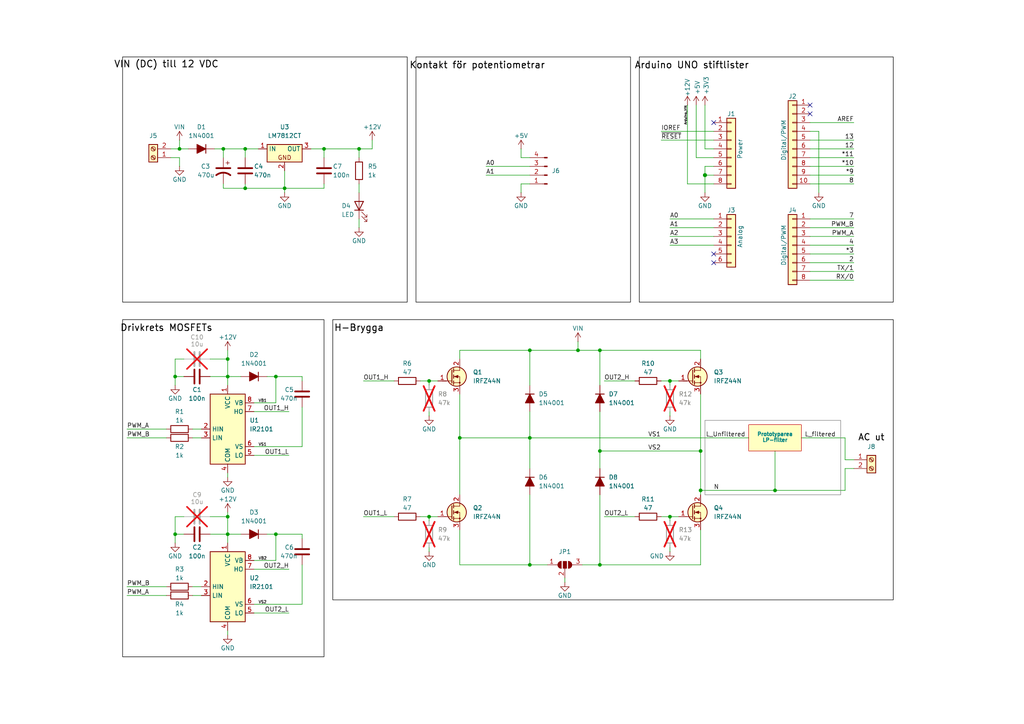
<source format=kicad_sch>
(kicad_sch (version 20231120) (generator "eeschema") (generator_version "8.0")
  (paper "A4")
  (title_block (title "Inverter") (date "2025-01-11") (rev "1") (company "Grupp 1") (comment 1 "*PWM-Pin"))
  (lib_symbols
    (symbol "+5V_1" (power) (pin_numbers hide) (pin_names (offset 0) hide)
      (property "Value" "+5V" (at 0 3.556 0))
      (symbol "+5V_1_0_1"
        (polyline (pts (xy -0.762 1.27) (xy 0 2.54)))
        (polyline (pts (xy 0 0) (xy 0 2.54)))
        (polyline (pts (xy 0 2.54) (xy 0.762 1.27)))
      )
      (symbol "+5V_1_1_1"
        (pin power_in line (at 0 0 90) (length 0) (name "~") (number "1"))
      )
    )
    (symbol "+5V_2" (power) (pin_numbers hide) (pin_names (offset 0) hide)
      (property "Value" "+5V" (at 0 3.556 0))
      (symbol "+5V_2_0_1"
        (polyline (pts (xy -0.762 1.27) (xy 0 2.54)))
        (polyline (pts (xy 0 0) (xy 0 2.54)))
        (polyline (pts (xy 0 2.54) (xy 0.762 1.27)))
      )
      (symbol "+5V_2_1_1"
        (pin power_in line (at 0 0 90) (length 0) (name "~") (number "1"))
      )
    )
    (symbol "Connector:Conn_01x04_Pin" (pin_names (offset 1.016) hide)
      (property "Reference" "J" (at 0 5.08 0))
      (property "Value" "Conn_01x04_Pin" (at 0 -7.62 0))
      (symbol "Conn_01x04_Pin_1_1"
        (polyline (pts (xy 1.27 -5.08) (xy 0.8636 -5.08)) (stroke (width 0.1524)))
        (polyline (pts (xy 1.27 -2.54) (xy 0.8636 -2.54)) (stroke (width 0.1524)))
        (polyline (pts (xy 1.27 0) (xy 0.8636 0)) (stroke (width 0.1524)))
        (polyline (pts (xy 1.27 2.54) (xy 0.8636 2.54)) (stroke (width 0.1524)))
        (rectangle (start 0.8636 -4.953) (end 0 -5.207) (stroke (width 0.1524)) (fill (type outline)))
        (rectangle (start 0.8636 -2.413) (end 0 -2.667) (stroke (width 0.1524)) (fill (type outline)))
        (rectangle (start 0.8636 0.127) (end 0 -0.127) (stroke (width 0.1524)) (fill (type outline)))
        (rectangle (start 0.8636 2.667) (end 0 2.413) (stroke (width 0.1524)) (fill (type outline)))
        (pin passive line (at 5.08 2.54 180) (length 3.81) (name "Pin_1") (number "1"))
        (pin passive line (at 5.08 0 180) (length 3.81) (name "Pin_2") (number "2"))
        (pin passive line (at 5.08 -2.54 180) (length 3.81) (name "Pin_3") (number "3"))
        (pin passive line (at 5.08 -5.08 180) (length 3.81) (name "Pin_4") (number "4"))
      )
    )
    (symbol "Connector:Screw_Terminal_01x02" (pin_names (offset 1.016) hide)
      (property "Reference" "J" (at 0 2.54 0))
      (property "Value" "Screw_Terminal_01x02" (at 0 -5.08 0))
      (symbol "Screw_Terminal_01x02_1_1"
        (rectangle (start -1.27 1.27) (end 1.27 -3.81) (stroke (width 0.254)) (fill (type background)))
        (circle (center 0 -2.54) (radius 0.635) (stroke (width 0.1524)))
        (polyline (pts (xy -0.5334 -2.2098) (xy 0.3302 -3.048)) (stroke (width 0.1524)))
        (polyline (pts (xy -0.5334 0.3302) (xy 0.3302 -0.508)) (stroke (width 0.1524)))
        (polyline (pts (xy -0.3556 -2.032) (xy 0.508 -2.8702)) (stroke (width 0.1524)))
        (polyline (pts (xy -0.3556 0.508) (xy 0.508 -0.3302)) (stroke (width 0.1524)))
        (circle (center 0 0) (radius 0.635) (stroke (width 0.1524)))
        (pin passive line (at -5.08 0 0) (length 3.81) (name "Pin_1") (number "1"))
        (pin passive line (at -5.08 -2.54 0) (length 3.81) (name "Pin_2") (number "2"))
      )
    )
    (symbol "Connector_Generic:Conn_01x06" (pin_names (offset 1.016) hide)
      (property "Reference" "J" (at 0 7.62 0))
      (property "Value" "Conn_01x06" (at 0 -10.16 0))
      (symbol "Conn_01x06_1_1"
        (rectangle (start -1.27 -7.493) (end 0 -7.747) (stroke (width 0.1524)))
        (rectangle (start -1.27 -4.953) (end 0 -5.207) (stroke (width 0.1524)))
        (rectangle (start -1.27 -2.413) (end 0 -2.667) (stroke (width 0.1524)))
        (rectangle (start -1.27 0.127) (end 0 -0.127) (stroke (width 0.1524)))
        (rectangle (start -1.27 2.667) (end 0 2.413) (stroke (width 0.1524)))
        (rectangle (start -1.27 5.207) (end 0 4.953) (stroke (width 0.1524)))
        (rectangle (start -1.27 6.35) (end 1.27 -8.89) (stroke (width 0.254)) (fill (type background)))
        (pin passive line (at -5.08 5.08 0) (length 3.81) (name "Pin_1") (number "1"))
        (pin passive line (at -5.08 2.54 0) (length 3.81) (name "Pin_2") (number "2"))
        (pin passive line (at -5.08 0 0) (length 3.81) (name "Pin_3") (number "3"))
        (pin passive line (at -5.08 -2.54 0) (length 3.81) (name "Pin_4") (number "4"))
        (pin passive line (at -5.08 -5.08 0) (length 3.81) (name "Pin_5") (number "5"))
        (pin passive line (at -5.08 -7.62 0) (length 3.81) (name "Pin_6") (number "6"))
      )
    )
    (symbol "Connector_Generic:Conn_01x08" (pin_names (offset 1.016) hide)
      (property "Reference" "J" (at 0 10.16 0))
      (property "Value" "Conn_01x08" (at 0 -12.7 0))
      (symbol "Conn_01x08_1_1"
        (rectangle (start -1.27 -10.033) (end 0 -10.287) (stroke (width 0.1524)))
        (rectangle (start -1.27 -7.493) (end 0 -7.747) (stroke (width 0.1524)))
        (rectangle (start -1.27 -4.953) (end 0 -5.207) (stroke (width 0.1524)))
        (rectangle (start -1.27 -2.413) (end 0 -2.667) (stroke (width 0.1524)))
        (rectangle (start -1.27 0.127) (end 0 -0.127) (stroke (width 0.1524)))
        (rectangle (start -1.27 2.667) (end 0 2.413) (stroke (width 0.1524)))
        (rectangle (start -1.27 5.207) (end 0 4.953) (stroke (width 0.1524)))
        (rectangle (start -1.27 7.747) (end 0 7.493) (stroke (width 0.1524)))
        (rectangle (start -1.27 8.89) (end 1.27 -11.43) (stroke (width 0.254)) (fill (type background)))
        (pin passive line (at -5.08 7.62 0) (length 3.81) (name "Pin_1") (number "1"))
        (pin passive line (at -5.08 5.08 0) (length 3.81) (name "Pin_2") (number "2"))
        (pin passive line (at -5.08 2.54 0) (length 3.81) (name "Pin_3") (number "3"))
        (pin passive line (at -5.08 0 0) (length 3.81) (name "Pin_4") (number "4"))
        (pin passive line (at -5.08 -2.54 0) (length 3.81) (name "Pin_5") (number "5"))
        (pin passive line (at -5.08 -5.08 0) (length 3.81) (name "Pin_6") (number "6"))
        (pin passive line (at -5.08 -7.62 0) (length 3.81) (name "Pin_7") (number "7"))
        (pin passive line (at -5.08 -10.16 0) (length 3.81) (name "Pin_8") (number "8"))
      )
    )
    (symbol "Connector_Generic:Conn_01x10" (pin_names (offset 1.016) hide)
      (property "Reference" "J" (at 0 12.7 0))
      (property "Value" "Conn_01x10" (at 0 -15.24 0))
      (symbol "Conn_01x10_1_1"
        (rectangle (start -1.27 -12.573) (end 0 -12.827) (stroke (width 0.1524)))
        (rectangle (start -1.27 -10.033) (end 0 -10.287) (stroke (width 0.1524)))
        (rectangle (start -1.27 -7.493) (end 0 -7.747) (stroke (width 0.1524)))
        (rectangle (start -1.27 -4.953) (end 0 -5.207) (stroke (width 0.1524)))
        (rectangle (start -1.27 -2.413) (end 0 -2.667) (stroke (width 0.1524)))
        (rectangle (start -1.27 0.127) (end 0 -0.127) (stroke (width 0.1524)))
        (rectangle (start -1.27 2.667) (end 0 2.413) (stroke (width 0.1524)))
        (rectangle (start -1.27 5.207) (end 0 4.953) (stroke (width 0.1524)))
        (rectangle (start -1.27 7.747) (end 0 7.493) (stroke (width 0.1524)))
        (rectangle (start -1.27 10.287) (end 0 10.033) (stroke (width 0.1524)))
        (rectangle (start -1.27 11.43) (end 1.27 -13.97) (stroke (width 0.254)) (fill (type background)))
        (pin passive line (at -5.08 10.16 0) (length 3.81) (name "Pin_1") (number "1"))
        (pin passive line (at -5.08 -12.7 0) (length 3.81) (name "Pin_10") (number "10"))
        (pin passive line (at -5.08 7.62 0) (length 3.81) (name "Pin_2") (number "2"))
        (pin passive line (at -5.08 5.08 0) (length 3.81) (name "Pin_3") (number "3"))
        (pin passive line (at -5.08 2.54 0) (length 3.81) (name "Pin_4") (number "4"))
        (pin passive line (at -5.08 0 0) (length 3.81) (name "Pin_5") (number "5"))
        (pin passive line (at -5.08 -2.54 0) (length 3.81) (name "Pin_6") (number "6"))
        (pin passive line (at -5.08 -5.08 0) (length 3.81) (name "Pin_7") (number "7"))
        (pin passive line (at -5.08 -7.62 0) (length 3.81) (name "Pin_8") (number "8"))
        (pin passive line (at -5.08 -10.16 0) (length 3.81) (name "Pin_9") (number "9"))
      )
    )
    (symbol "Device:C" (pin_numbers hide) (pin_names (offset 0.254))
      (property "Reference" "C" (at 0.635 2.54 0))
      (property "Value" "C" (at 0.635 -2.54 0))
      (symbol "C_0_1"
        (polyline (pts (xy -2.032 -0.762) (xy 2.032 -0.762)) (stroke (width 0.508)))
        (polyline (pts (xy -2.032 0.762) (xy 2.032 0.762)) (stroke (width 0.508)))
      )
      (symbol "C_1_1"
        (pin passive line (at 0 3.81 270) (length 2.794) (name "~") (number "1"))
        (pin passive line (at 0 -3.81 90) (length 2.794) (name "~") (number "2"))
      )
    )
    (symbol "Device:C_Polarized_US" (pin_numbers hide) (pin_names (offset 0.254) hide)
      (property "Reference" "C" (at 0.635 2.54 0))
      (property "Value" "C_Polarized_US" (at 0.635 -2.54 0))
      (symbol "C_Polarized_US_0_1"
        (polyline (pts (xy -2.032 0.762) (xy 2.032 0.762)) (stroke (width 0.508)))
        (polyline (pts (xy -1.778 2.286) (xy -0.762 2.286)))
        (polyline (pts (xy -1.27 1.778) (xy -1.27 2.794)))
        (arc (start 2.032 -1.27) (mid 0 -0.5572) (end -2.032 -1.27) (stroke (width 0.508)))
      )
      (symbol "C_Polarized_US_1_1"
        (pin passive line (at 0 3.81 270) (length 2.794) (name "~") (number "1"))
        (pin passive line (at 0 -3.81 90) (length 3.302) (name "~") (number "2"))
      )
    )
    (symbol "Device:LED" (pin_numbers hide) (pin_names (offset 1.016) hide)
      (property "Reference" "D" (at 0 2.54 0))
      (property "Value" "LED" (at 0 -2.54 0))
      (symbol "LED_0_1"
        (polyline (pts (xy -1.27 -1.27) (xy -1.27 1.27)) (stroke (width 0.254)))
        (polyline (pts (xy -1.27 0) (xy 1.27 0)))
        (polyline (pts (xy 1.27 -1.27) (xy 1.27 1.27) (xy -1.27 0) (xy 1.27 -1.27)) (stroke (width 0.254)))
        (polyline (pts (xy -3.048 -0.762) (xy -4.572 -2.286) (xy -3.81 -2.286) (xy -4.572 -2.286) (xy -4.572 -1.524)))
        (polyline (pts (xy -1.778 -0.762) (xy -3.302 -2.286) (xy -2.54 -2.286) (xy -3.302 -2.286) (xy -3.302 -1.524)))
      )
      (symbol "LED_1_1"
        (pin passive line (at -3.81 0 0) (length 2.54) (name "K") (number "1"))
        (pin passive line (at 3.81 0 180) (length 2.54) (name "A") (number "2"))
      )
    )
    (symbol "Device:R" (pin_numbers hide) (pin_names (offset 0))
      (property "Reference" "R" (at 2.032 0 90))
      (property "Value" "R" (at 0 0 90))
      (symbol "R_0_1"
        (rectangle (start -1.016 -2.54) (end 1.016 2.54) (stroke (width 0.254)))
      )
      (symbol "R_1_1"
        (pin passive line (at 0 3.81 270) (length 1.27) (name "~") (number "1"))
        (pin passive line (at 0 -3.81 90) (length 1.27) (name "~") (number "2"))
      )
    )
    (symbol "Driver_FET:IR2101"
      (property "Reference" "U" (at 1.27 13.335 0))
      (property "Value" "IR2101" (at 1.27 11.43 0))
      (symbol "IR2101_0_1"
        (rectangle (start -5.08 -10.16) (end 5.08 10.16) (stroke (width 0.254)) (fill (type background)))
      )
      (symbol "IR2101_1_1"
        (pin power_in line (at 0 12.7 270) (length 2.54) (name "VCC") (number "1"))
        (pin input line (at -7.62 0 0) (length 2.54) (name "HIN") (number "2"))
        (pin input line (at -7.62 -2.54 0) (length 2.54) (name "LIN") (number "3"))
        (pin power_in line (at 0 -12.7 90) (length 2.54) (name "COM") (number "4"))
        (pin output line (at 7.62 -7.62 180) (length 2.54) (name "LO") (number "5"))
        (pin passive line (at 7.62 -5.08 180) (length 2.54) (name "VS") (number "6"))
        (pin output line (at 7.62 5.08 180) (length 2.54) (name "HO") (number "7"))
        (pin passive line (at 7.62 7.62 180) (length 2.54) (name "VB") (number "8"))
      )
    )
    (symbol "GND_1" (power) (pin_numbers hide) (pin_names (offset 0) hide)
      (property "Value" "GND" (at 0 -3.81 0))
      (symbol "GND_1_0_1"
        (polyline (pts (xy 0 0) (xy 0 -1.27) (xy 1.27 -1.27) (xy 0 -2.54) (xy -1.27 -1.27) (xy 0 -1.27)))
      )
      (symbol "GND_1_1_1"
        (pin power_in line (at 0 0 270) (length 0) (name "~") (number "1"))
      )
    )
    (symbol "Jumper:SolderJumper_3_Open" (pin_names (offset 0) hide) (exclude_from_sim yes) (in_bom no)
      (property "Reference" "JP" (at -2.54 -2.54 0))
      (property "Value" "SolderJumper_3_Open" (at 0 2.794 0))
      (symbol "SolderJumper_3_Open_0_1"
        (arc (start -1.016 1.016) (mid -2.0276 0) (end -1.016 -1.016))
        (arc (start -1.016 1.016) (mid -2.0276 0) (end -1.016 -1.016) (fill (type outline)))
        (rectangle (start -0.508 1.016) (end 0.508 -1.016) (fill (type outline)))
        (polyline (pts (xy -2.54 0) (xy -2.032 0)))
        (polyline (pts (xy -1.016 1.016) (xy -1.016 -1.016)))
        (polyline (pts (xy 0 -1.27) (xy 0 -1.016)))
        (polyline (pts (xy 1.016 1.016) (xy 1.016 -1.016)))
        (polyline (pts (xy 2.54 0) (xy 2.032 0)))
        (arc (start 1.016 -1.016) (mid 2.0276 0) (end 1.016 1.016))
        (arc (start 1.016 -1.016) (mid 2.0276 0) (end 1.016 1.016) (fill (type outline)))
      )
      (symbol "SolderJumper_3_Open_1_1"
        (pin passive line (at -5.08 0 0) (length 2.54) (name "A") (number "1"))
        (pin passive line (at 0 -3.81 90) (length 2.54) (name "C") (number "2"))
        (pin passive line (at 5.08 0 180) (length 2.54) (name "B") (number "3"))
      )
    )
    (symbol "PCM_Diode_AKL:1N4001" (pin_numbers hide) (pin_names (offset 1.016) hide)
      (property "Reference" "D" (at 0 5.08 0))
      (property "Value" "1N4001" (at 0 2.54 0))
      (symbol "1N4001_0_1"
        (polyline (pts (xy -1.27 0) (xy 1.27 0)))
        (polyline (pts (xy 1.27 1.27) (xy 1.27 -1.27)) (stroke (width 0.254)))
        (polyline (pts (xy -1.27 1.27) (xy -1.27 -1.27) (xy 1.27 0) (xy -1.27 1.27)) (stroke (width 0.254)) (fill (type outline)))
      )
      (symbol "1N4001_0_2"
        (polyline (pts (xy -2.54 -2.54) (xy 2.54 2.54)))
        (polyline (pts (xy 0 1.778) (xy 1.778 0)) (stroke (width 0.254)))
        (polyline (pts (xy -0.889 -0.889) (xy -1.778 0) (xy 0.889 0.889) (xy 0 -1.778) (xy -0.889 -0.889)) (stroke (width 0.254)) (fill (type outline)))
      )
      (symbol "1N4001_1_1"
        (pin passive line (at 3.81 0 180) (length 2.54) (name "K") (number "1"))
        (pin passive line (at -3.81 0 0) (length 2.54) (name "A") (number "2"))
      )
      (symbol "1N4001_1_2"
        (pin passive line (at 2.54 2.54 180) (length 0) (name "K") (number "1"))
        (pin passive line (at -2.54 -2.54 0) (length 0) (name "A") (number "2"))
      )
    )
    (symbol "PCM_Transistor_MOSFET_AKL:IRFZ44N" (pin_names hide)
      (property "Reference" "Q" (at 5.08 1.27 0))
      (property "Value" "IRFZ44N" (at 5.08 -1.27 0))
      (symbol "IRFZ44N_0_1"
        (polyline (pts (xy 0.254 -1.27) (xy -2.54 -1.27)))
        (polyline (pts (xy 0.254 1.905) (xy 0.254 -1.905)) (stroke (width 0.254)))
        (polyline (pts (xy 0.762 -1.778) (xy 2.54 -1.778)))
        (polyline (pts (xy 0.762 -1.27) (xy 0.762 -2.286)) (stroke (width 0.254)))
        (polyline (pts (xy 0.762 0.508) (xy 0.762 -0.508)) (stroke (width 0.254)))
        (polyline (pts (xy 0.762 2.286) (xy 0.762 1.27)) (stroke (width 0.254)))
        (polyline (pts (xy 2.54 1.778) (xy 0.762 1.778)))
        (polyline (pts (xy 2.54 2.54) (xy 2.54 1.778)))
        (polyline (pts (xy 2.54 -2.54) (xy 2.54 0) (xy 0.762 0)))
        (polyline (pts (xy 1.016 0) (xy 2.032 0.381) (xy 2.032 -0.381) (xy 1.016 0)) (fill (type outline)))
        (circle (center 1.651 0) (radius 2.794) (stroke (width 0.254)) (fill (type background)))
        (circle (center 2.54 -1.778) (radius 0.1778) (fill (type outline)))
      )
      (symbol "IRFZ44N_1_1"
        (pin input line (at -3.81 -1.27 0) (length 2.54) (name "G") (number "1"))
        (pin passive line (at 2.54 5.08 270) (length 2.54) (name "D") (number "2"))
        (pin passive line (at 2.54 -5.08 90) (length 2.54) (name "S") (number "3"))
      )
    )
    (symbol "PCM_Voltage_Regulator_AKL:LM7812CT"
      (property "Reference" "U" (at 0 6.35 0))
      (property "Value" "LM7812CT" (at 0 3.81 0))
      (symbol "LM7812CT_0_0"
        (rectangle (start -5.08 1.27) (end 5.08 -3.81) (stroke (width 0.254)) (fill (type background)))
        (text "GND" (at 0 -2.54 0) (effects (font (size 1.27 1.27))))
      )
      (symbol "LM7812CT_1_1"
        (pin power_in line (at -7.62 0 0) (length 2.54) (name "IN") (number "1"))
        (pin power_in line (at 0 -6.35 90) (length 2.54) (name "~") (number "2"))
        (pin power_out line (at 7.62 0 180) (length 2.54) (name "OUT") (number "3"))
      )
    )
    (symbol "power:+3V3" (power) (pin_names (offset 0))
      (property "Value" "+3V3" (at 0 3.556 0))
      (symbol "+3V3_0_1"
        (polyline (pts (xy -0.762 1.27) (xy 0 2.54)))
        (polyline (pts (xy 0 0) (xy 0 2.54)))
        (polyline (pts (xy 0 2.54) (xy 0.762 1.27)))
      )
      (symbol "+3V3_1_1"
        (pin power_in line (at 0 0 90) (length 0) hide (name "+3V3") (number "1"))
      )
    )
    (symbol "power:+5V" (power) (pin_names (offset 0))
      (property "Value" "+5V" (at 0 3.556 0))
      (symbol "+5V_0_1"
        (polyline (pts (xy -0.762 1.27) (xy 0 2.54)))
        (polyline (pts (xy 0 0) (xy 0 2.54)))
        (polyline (pts (xy 0 2.54) (xy 0.762 1.27)))
      )
      (symbol "+5V_1_1"
        (pin power_in line (at 0 0 90) (length 0) hide (name "+5V") (number "1"))
      )
    )
    (symbol "power:GND" (power) (pin_names (offset 0))
      (property "Value" "GND" (at 0 -3.81 0))
      (symbol "GND_0_1"
        (polyline (pts (xy 0 0) (xy 0 -1.27) (xy 1.27 -1.27) (xy 0 -2.54) (xy -1.27 -1.27) (xy 0 -1.27)))
      )
      (symbol "GND_1_1"
        (pin power_in line (at 0 0 270) (length 0) hide (name "GND") (number "1"))
      )
    )
  )
  (junction (at 203.2 142.24))
  (junction (at 71.12 43.18))
  (junction (at 124.46 110.49))
  (junction (at 153.67 127))
  (junction (at 52.07 43.18))
  (junction (at 66.04 149.86))
  (junction (at 194.31 110.49))
  (junction (at 104.14 43.18))
  (junction (at 80.01 154.94))
  (junction (at 133.35 127))
  (junction (at 80.01 109.22))
  (junction (at 66.04 154.94))
  (junction (at 50.8 154.94))
  (junction (at 153.67 101.6))
  (junction (at 66.04 109.22))
  (junction (at 82.55 54.61))
  (junction (at 224.79 142.24))
  (junction (at 66.04 104.14))
  (junction (at 124.46 149.86))
  (junction (at 194.31 149.86))
  (junction (at 50.8 109.22))
  (junction (at 64.77 43.18))
  (junction (at 173.99 163.83))
  (junction (at 173.99 101.6))
  (junction (at 173.99 130.81))
  (junction (at 167.64 101.6))
  (junction (at 71.12 54.61))
  (junction (at 153.67 163.83))
  (junction (at 203.2 130.81))
  (junction (at 204.47 50.8) (diameter 1.016))
  (junction (at 93.98 43.18))
  (no_connect (at 207.01 76.2))
  (no_connect (at 234.95 33.02))
  (no_connect (at 207.01 35.56))
  (no_connect (at 207.01 73.66))
  (no_connect (at 234.95 30.48))
  (wire (pts (xy 71.12 43.18) (xy 74.93 43.18)))
  (wire (pts (xy 234.95 68.58) (xy 247.65 68.58)))
  (wire (pts (xy 234.95 63.5) (xy 247.65 63.5)))
  (wire (pts (xy 50.8 109.22) (xy 50.8 111.76)))
  (wire (pts (xy 153.67 127) (xy 153.67 135.89)))
  (wire (pts (xy 50.8 104.14) (xy 50.8 109.22)))
  (wire (pts (xy 60.96 109.22) (xy 66.04 109.22)))
  (wire (pts (xy 191.77 110.49) (xy 194.31 110.49)))
  (wire (pts (xy 62.23 43.18) (xy 64.77 43.18)))
  (wire (pts (xy 71.12 53.34) (xy 71.12 54.61)))
  (wire (pts (xy 77.47 109.22) (xy 80.01 109.22)))
  (wire (pts (xy 173.99 111.76) (xy 173.99 101.6)))
  (wire (pts (xy 73.66 132.08) (xy 83.82 132.08)))
  (wire (pts (xy 73.66 165.1) (xy 83.82 165.1)))
  (wire (pts (xy 73.66 129.54) (xy 87.63 129.54)))
  (wire (pts (xy 124.46 119.38) (xy 124.46 120.65)))
  (wire (pts (xy 207.01 50.8) (xy 204.47 50.8)))
  (wire (pts (xy 66.04 101.6) (xy 66.04 104.14)))
  (wire (pts (xy 173.99 130.81) (xy 173.99 135.89)))
  (wire (pts (xy 203.2 142.24) (xy 224.79 142.24)))
  (wire (pts (xy 203.2 114.3) (xy 203.2 130.81)))
  (wire (pts (xy 224.79 130.81) (xy 224.79 142.24)))
  (wire (pts (xy 50.8 154.94) (xy 50.8 157.48)))
  (wire (pts (xy 73.66 177.8) (xy 83.82 177.8)))
  (wire (pts (xy 133.35 127) (xy 133.35 143.51)))
  (wire (pts (xy 207.01 68.58) (xy 194.31 68.58)))
  (wire (pts (xy 153.67 101.6) (xy 153.67 111.76)))
  (wire (pts (xy 60.96 149.86) (xy 66.04 149.86)))
  (wire (pts (xy 234.95 76.2) (xy 247.65 76.2)))
  (wire (pts (xy 204.47 30.48) (xy 204.47 43.18)))
  (wire (pts (xy 173.99 143.51) (xy 173.99 163.83)))
  (wire (pts (xy 245.11 133.35) (xy 247.65 133.35)))
  (wire (pts (xy 133.35 101.6) (xy 133.35 104.14)))
  (wire (pts (xy 153.67 45.72) (xy 151.13 45.72)))
  (wire (pts (xy 124.46 149.86) (xy 124.46 151.13)))
  (wire (pts (xy 87.63 109.22) (xy 87.63 110.49)))
  (wire (pts (xy 93.98 43.18) (xy 104.14 43.18)))
  (wire (pts (xy 140.97 50.8) (xy 153.67 50.8)))
  (wire (pts (xy 140.97 48.26) (xy 153.67 48.26)))
  (wire (pts (xy 207.01 48.26) (xy 204.47 48.26)))
  (wire (pts (xy 194.31 151.13) (xy 194.31 149.86)))
  (wire (pts (xy 175.26 149.86) (xy 184.15 149.86)))
  (wire (pts (xy 66.04 137.16) (xy 66.04 138.43)))
  (wire (pts (xy 50.8 109.22) (xy 53.34 109.22)))
  (wire (pts (xy 82.55 54.61) (xy 82.55 55.88)))
  (wire (pts (xy 53.34 154.94) (xy 50.8 154.94)))
  (wire (pts (xy 234.95 71.12) (xy 247.65 71.12)))
  (wire (pts (xy 153.67 163.83) (xy 133.35 163.83)))
  (wire (pts (xy 191.77 40.64) (xy 207.01 40.64)))
  (wire (pts (xy 55.88 127) (xy 58.42 127)))
  (wire (pts (xy 194.31 66.04) (xy 207.01 66.04)))
  (wire (pts (xy 201.93 30.48) (xy 201.93 45.72)))
  (wire (pts (xy 167.64 99.06) (xy 167.64 101.6)))
  (wire (pts (xy 167.64 101.6) (xy 173.99 101.6)))
  (wire (pts (xy 175.26 110.49) (xy 184.15 110.49)))
  (wire (pts (xy 234.95 35.56) (xy 247.65 35.56)))
  (wire (pts (xy 80.01 109.22) (xy 87.63 109.22)))
  (wire (pts (xy 66.04 104.14) (xy 66.04 109.22)))
  (wire (pts (xy 80.01 154.94) (xy 80.01 162.56)))
  (wire (pts (xy 73.66 175.26) (xy 87.63 175.26)))
  (wire (pts (xy 124.46 149.86) (xy 127 149.86)))
  (wire (pts (xy 82.55 54.61) (xy 93.98 54.61)))
  (wire (pts (xy 71.12 54.61) (xy 82.55 54.61)))
  (wire (pts (xy 194.31 71.12) (xy 207.01 71.12)))
  (wire (pts (xy 36.83 124.46) (xy 48.26 124.46)))
  (wire (pts (xy 66.04 149.86) (xy 66.04 154.94)))
  (wire (pts (xy 64.77 53.34) (xy 64.77 54.61)))
  (wire (pts (xy 245.11 135.89) (xy 247.65 135.89)))
  (wire (pts (xy 203.2 101.6) (xy 203.2 104.14)))
  (wire (pts (xy 194.31 158.75) (xy 194.31 160.02)))
  (wire (pts (xy 104.14 43.18) (xy 104.14 45.72)))
  (wire (pts (xy 207.01 63.5) (xy 194.31 63.5)))
  (wire (pts (xy 203.2 130.81) (xy 203.2 142.24)))
  (wire (pts (xy 66.04 109.22) (xy 69.85 109.22)))
  (wire (pts (xy 224.79 142.24) (xy 245.11 142.24)))
  (wire (pts (xy 133.35 114.3) (xy 133.35 127)))
  (wire (pts (xy 203.2 153.67) (xy 203.2 163.83)))
  (wire (pts (xy 55.88 170.18) (xy 58.42 170.18)))
  (wire (pts (xy 173.99 101.6) (xy 203.2 101.6)))
  (wire (pts (xy 237.49 38.1) (xy 237.49 55.88)))
  (wire (pts (xy 124.46 110.49) (xy 127 110.49)))
  (wire (pts (xy 90.17 43.18) (xy 93.98 43.18)))
  (wire (pts (xy 60.96 154.94) (xy 66.04 154.94)))
  (wire (pts (xy 245.11 142.24) (xy 245.11 135.89)))
  (wire (pts (xy 77.47 154.94) (xy 80.01 154.94)))
  (wire (pts (xy 49.53 43.18) (xy 52.07 43.18)))
  (wire (pts (xy 52.07 45.72) (xy 52.07 48.26)))
  (wire (pts (xy 93.98 43.18) (xy 93.98 45.72)))
  (wire (pts (xy 201.93 45.72) (xy 207.01 45.72)))
  (wire (pts (xy 234.95 43.18) (xy 247.65 43.18)))
  (wire (pts (xy 66.04 182.88) (xy 66.04 184.15)))
  (wire (pts (xy 124.46 158.75) (xy 124.46 160.02)))
  (wire (pts (xy 107.95 40.64) (xy 107.95 43.18)))
  (wire (pts (xy 80.01 154.94) (xy 87.63 154.94)))
  (wire (pts (xy 87.63 154.94) (xy 87.63 156.21)))
  (wire (pts (xy 133.35 153.67) (xy 133.35 163.83)))
  (wire (pts (xy 204.47 43.18) (xy 207.01 43.18)))
  (wire (pts (xy 105.41 149.86) (xy 114.3 149.86)))
  (wire (pts (xy 104.14 43.18) (xy 107.95 43.18)))
  (wire (pts (xy 82.55 49.53) (xy 82.55 54.61)))
  (wire (pts (xy 194.31 110.49) (xy 196.85 110.49)))
  (wire (pts (xy 204.47 50.8) (xy 204.47 55.88)))
  (wire (pts (xy 121.92 110.49) (xy 124.46 110.49)))
  (wire (pts (xy 52.07 40.64) (xy 52.07 43.18)))
  (wire (pts (xy 194.31 110.49) (xy 194.31 111.76)))
  (wire (pts (xy 173.99 130.81) (xy 203.2 130.81)))
  (wire (pts (xy 50.8 149.86) (xy 50.8 154.94)))
  (wire (pts (xy 153.67 143.51) (xy 153.67 163.83)))
  (wire (pts (xy 53.34 104.14) (xy 50.8 104.14)))
  (wire (pts (xy 55.88 172.72) (xy 58.42 172.72)))
  (wire (pts (xy 73.66 162.56) (xy 80.01 162.56)))
  (wire (pts (xy 71.12 43.18) (xy 71.12 45.72)))
  (wire (pts (xy 153.67 119.38) (xy 153.67 127)))
  (wire (pts (xy 64.77 43.18) (xy 64.77 45.72)))
  (wire (pts (xy 234.95 66.04) (xy 247.65 66.04)))
  (wire (pts (xy 36.83 172.72) (xy 48.26 172.72)))
  (wire (pts (xy 133.35 101.6) (xy 153.67 101.6)))
  (wire (pts (xy 163.83 167.64) (xy 163.83 168.91)))
  (wire (pts (xy 87.63 118.11) (xy 87.63 129.54)))
  (wire (pts (xy 64.77 43.18) (xy 71.12 43.18)))
  (wire (pts (xy 153.67 53.34) (xy 151.13 53.34)))
  (wire (pts (xy 66.04 109.22) (xy 66.04 111.76)))
  (wire (pts (xy 203.2 142.24) (xy 203.2 143.51)))
  (wire (pts (xy 36.83 170.18) (xy 48.26 170.18)))
  (wire (pts (xy 55.88 124.46) (xy 58.42 124.46)))
  (wire (pts (xy 66.04 157.48) (xy 66.04 154.94)))
  (wire (pts (xy 234.95 73.66) (xy 247.65 73.66)))
  (wire (pts (xy 234.95 45.72) (xy 247.65 45.72)))
  (wire (pts (xy 207.01 53.34) (xy 199.39 53.34)))
  (wire (pts (xy 232.41 127) (xy 245.11 127)))
  (wire (pts (xy 153.67 127) (xy 217.17 127)))
  (wire (pts (xy 151.13 53.34) (xy 151.13 55.88)))
  (wire (pts (xy 80.01 109.22) (xy 80.01 116.84)))
  (wire (pts (xy 204.47 48.26) (xy 204.47 50.8)))
  (wire (pts (xy 104.14 63.5) (xy 104.14 66.04)))
  (wire (pts (xy 36.83 127) (xy 48.26 127)))
  (wire (pts (xy 121.92 149.86) (xy 124.46 149.86)))
  (wire (pts (xy 194.31 149.86) (xy 196.85 149.86)))
  (wire (pts (xy 191.77 38.1) (xy 207.01 38.1)))
  (wire (pts (xy 60.96 104.14) (xy 66.04 104.14)))
  (wire (pts (xy 133.35 127) (xy 153.67 127)))
  (wire (pts (xy 245.11 127) (xy 245.11 133.35)))
  (wire (pts (xy 234.95 78.74) (xy 247.65 78.74)))
  (wire (pts (xy 105.41 110.49) (xy 114.3 110.49)))
  (wire (pts (xy 234.95 48.26) (xy 247.65 48.26)))
  (wire (pts (xy 104.14 53.34) (xy 104.14 55.88)))
  (wire (pts (xy 173.99 119.38) (xy 173.99 130.81)))
  (wire (pts (xy 73.66 119.38) (xy 83.82 119.38)))
  (wire (pts (xy 87.63 163.83) (xy 87.63 175.26)))
  (wire (pts (xy 191.77 149.86) (xy 194.31 149.86)))
  (wire (pts (xy 168.91 163.83) (xy 173.99 163.83)))
  (wire (pts (xy 64.77 54.61) (xy 71.12 54.61)))
  (wire (pts (xy 234.95 50.8) (xy 247.65 50.8)))
  (wire (pts (xy 173.99 163.83) (xy 203.2 163.83)))
  (wire (pts (xy 153.67 101.6) (xy 167.64 101.6)))
  (wire (pts (xy 124.46 110.49) (xy 124.46 111.76)))
  (wire (pts (xy 234.95 81.28) (xy 247.65 81.28)))
  (wire (pts (xy 93.98 53.34) (xy 93.98 54.61)))
  (wire (pts (xy 66.04 154.94) (xy 69.85 154.94)))
  (wire (pts (xy 53.34 149.86) (xy 50.8 149.86)))
  (wire (pts (xy 234.95 38.1) (xy 237.49 38.1)))
  (wire (pts (xy 49.53 45.72) (xy 52.07 45.72)))
  (wire (pts (xy 66.04 148.59) (xy 66.04 149.86)))
  (wire (pts (xy 194.31 119.38) (xy 194.31 120.65)))
  (wire (pts (xy 234.95 53.34) (xy 247.65 53.34)))
  (wire (pts (xy 234.95 40.64) (xy 247.65 40.64)))
  (wire (pts (xy 52.07 43.18) (xy 54.61 43.18)))
  (wire (pts (xy 73.66 116.84) (xy 80.01 116.84)))
  (wire (pts (xy 199.39 53.34) (xy 199.39 30.48)))
  (wire (pts (xy 151.13 43.18) (xy 151.13 45.72)))
  (wire (pts (xy 153.67 163.83) (xy 158.75 163.83)))
  (rectangle (start 185.42 16.51) (end 259.08 87.63) (stroke (width 0) (color 0 0 0 1)))
  (rectangle (start 96.52 92.71) (end 259.08 173.99) (stroke (width 0) (color 0 0 0 1)))
  (rectangle (start 217.17 123.19) (end 232.41 130.81) (stroke (width 0) (color 194 0 0 1)) (fill (type color) (color 255 255 194 1)))
  (rectangle (start 120.65 16.51) (end 182.88 87.63) (stroke (width 0) (color 0 0 0 1)))
  (rectangle (start 204.47 121.92) (end 243.84 143.51) (stroke (width 0) (color 132 132 132 1)))
  (rectangle (start 35.56 16.51) (end 118.11 87.63) (stroke (width 0) (color 0 0 0 1)))
  (rectangle (start 35.56 92.71) (end 93.98 190.5) (stroke (width 0) (color 0 0 0 1)))
  (text "Prototyparea\nLP-filter\n" (at 224.79 127 0) (effects (font (size 1.0668 1.0668) (thickness 0.254) (bold yes))))
  (text "AC ut\n" (at 252.73 127 0) (effects (font (size 1.8288 1.8288) (thickness 0.254) (bold yes))))
  (text "Drivkrets MOSFETs\n" (at 48.26 95.25 0) (effects (font (size 1.9304 1.9304) (thickness 0.254) (bold yes))))
  (text "VIN (DC) till 12 VDC\n\n" (at 48.26 20.32 0) (effects (font (size 1.9304 1.9304) (thickness 0.254) (bold yes))))
  (text "H-Brygga\n" (at 104.14 95.25 0) (effects (font (size 1.9304 1.9304) (thickness 0.254) (bold yes))))
  (text "Kontakt för potentiometrar" (at 138.43 19.05 0) (effects (font (size 1.9304 1.9304) (thickness 0.254) (bold yes))))
  (text "Arduino UNO stiftlister" (at 200.66 19.05 0) (effects (font (size 1.9304 1.9304) (thickness 0.254) (bold yes))))
  (label "4" (at 247.65 71.12 180))
  (label "13" (at 247.65 40.64 180))
  (label "*3" (at 247.65 73.66 180))
  (label "N" (at 207.01 142.24 0))
  (label "OUT1_H" (at 83.82 119.38 180))
  (label "12" (at 247.65 43.18 180))
  (label "TX{slash}1" (at 247.65 78.74 180))
  (label "7" (at 247.65 63.5 180))
  (label "OUT1_L" (at 83.82 132.08 180))
  (label "PWM_B" (at 36.83 170.18 0))
  (label "IOREF" (at 191.77 38.1 0))
  (label "*9" (at 247.65 50.8 180))
  (label "VS2" (at 187.96 130.81 0))
  (label "~{RESET}" (at 191.77 40.64 0))
  (label "A1" (at 194.31 66.04 0))
  (label "A1" (at 140.97 50.8 0))
  (label "8" (at 247.65 53.34 180))
  (label "AREF" (at 247.65 35.56 180))
  (label "OUT2_H" (at 175.26 110.49 0))
  (label "L_Unfiltered " (at 217.17 127 180))
  (label "PWM_A" (at 36.83 124.46 0))
  (label "VB1" (at 74.93 116.84 0) (effects (font (size 0.8128 0.8128))))
  (label "VB2" (at 74.93 162.56 0) (effects (font (size 0.8128 0.8128))))
  (label "VS2" (at 74.93 175.26 0) (effects (font (size 0.8128 0.8128))))
  (label "OUT2_L" (at 83.82 177.8 180))
  (label "RX{slash}0" (at 247.65 81.28 180))
  (label "2" (at 247.65 76.2 180))
  (label "*11" (at 247.65 45.72 180))
  (label "A2" (at 194.31 68.58 0))
  (label "A3" (at 194.31 71.12 0))
  (label "VS1" (at 74.93 129.54 0) (effects (font (size 0.8128 0.8128))))
  (label "PWM_B" (at 36.83 127 0))
  (label "A0" (at 140.97 48.26 0))
  (label "VS1" (at 187.96 127 0))
  (label " L_filtered" (at 232.41 127 0))
  (label "OUT2_L" (at 175.26 149.86 0))
  (label "OUT1_L" (at 105.41 149.86 0))
  (label "PWM_B" (at 247.65 66.04 180))
  (label "PWM_A" (at 247.65 68.58 180))
  (label "OUT2_H" (at 83.82 165.1 180))
  (label "*10" (at 247.65 48.26 180))
  (label "A0" (at 194.31 63.5 0))
  (label "OUT1_H" (at 105.41 110.49 0))
  (label "Arduino_VIN" (at 199.39 30.48 270) (effects (font (size 0.635 0.635))))
  (label "PWM_A" (at 36.83 172.72 0))
  (symbol (lib_id "Connector:Screw_Terminal_01x02") (at 44.45 45.72 180) (unit 1)
    (property "Reference" "J5" (at 44.45 39.37 0))
    (property "Value" "Screw_Terminal_01x02" (effects (hide yes)))
    (property "Footprint" "TerminalBlock_Phoenix:TerminalBlock_Phoenix_PT-1,5-2-5.0-H_1x02_P5.00mm_Horizontal" (effects (hide yes)))
    (property "Description" "Generic screw terminal, single row, 01x02, script generated (kicad-library-utils/schlib/autogen/connector/)" (effects (hide yes)))
  )
  (symbol (lib_name "+5V_1") (lib_id "power:+5V") (at 151.13 43.18 0) (unit 1)
    (property "Reference" "#PWR017" (effects (hide yes)))
    (property "Value" "+5V" (at 151.13 39.37 0))
    (property "Description" "Power symbol creates a global label with name \"+5V\"" (effects (hide yes)))
  )
  (symbol (lib_id "PCM_Diode_AKL:1N4001") (at 58.42 43.18 0) (unit 1)
    (property "Reference" "D1" (at 58.42 36.83 0))
    (property "Value" "1N4001" (at 58.42 39.37 0))
    (property "Footprint" "PCM_Diode_THT_AKL:D_DO-41_SOD81_P7.62mm_Horizontal" (effects (hide yes)))
    (property "Datasheet" "https://www.tme.eu/Document/5f8ffc5ac30fc86bac97d66040bf5502/1n400x.pdf" (effects (hide yes)))
    (property "Description" "DO-41 Diode, Rectifier, 50V 1A, Alternate KiCad Library" (effects (hide yes)))
  )
  (symbol (lib_name "GND_1") (lib_id "power:GND") (at 194.31 120.65 0) (unit 1)
    (property "Reference" "#PWR019" (effects (hide yes)))
    (property "Value" "GND" (at 194.31 124.46 0))
    (property "Description" "Power symbol creates a global label with name \"GND\" , ground" (effects (hide yes)))
  )
  (symbol (lib_name "GND_1") (lib_id "power:GND") (at 151.13 55.88 0) (unit 1)
    (property "Reference" "#PWR018" (effects (hide yes)))
    (property "Value" "GND" (at 151.13 59.69 0))
    (property "Description" "Power symbol creates a global label with name \"GND\" , ground" (effects (hide yes)))
  )
  (symbol (lib_id "PCM_Transistor_MOSFET_AKL:IRFZ44N") (at 200.66 109.22 0) (unit 1)
    (property "Reference" "Q3" (at 207.01 107.95 0) (effects (justify left)))
    (property "Value" "IRFZ44N" (at 207.01 110.49 0) (effects (justify left)))
    (property "Footprint" "PCM_Package_TO_SOT_THT_AKL:TO-220-3_Vertical_GDS" (effects (hide yes)))
    (property "Datasheet" "https://www.tme.eu/Document/057c54506cb7c07cd36d9e96d4a41c5b/irfz44n.pdf" (effects (hide yes)))
    (property "Description" "TO-220 N-MOSFET enchancement mode transistor, 55V, 49A, 94W, Alternate KiCAD Library" (effects (hide yes)))
  )
  (symbol (lib_id "PCM_Diode_AKL:1N4001") (at 173.99 139.7 90) (unit 1)
    (property "Reference" "D8" (at 176.53 138.43 90) (effects (justify right)))
    (property "Value" "1N4001" (at 176.53 140.97 90) (effects (justify right)))
    (property "Footprint" "PCM_Diode_THT_AKL:D_DO-41_SOD81_P7.62mm_Horizontal" (effects (hide yes)))
    (property "Datasheet" "https://www.tme.eu/Document/5f8ffc5ac30fc86bac97d66040bf5502/1n400x.pdf" (effects (hide yes)))
    (property "Description" "DO-41 Diode, Rectifier, 50V 1A, Alternate KiCad Library" (effects (hide yes)))
  )
  (symbol (lib_id "Device:C") (at 93.98 49.53 0) (unit 1)
    (property "Reference" "C7" (at 96.52 48.26 0) (effects (justify left)))
    (property "Value" "100n" (at 96.52 50.8 0) (effects (justify left)))
    (property "Footprint" "Capacitor_SMD:C_0805_2012Metric_Pad1.18x1.45mm_HandSolder" (effects (hide yes)))
    (property "Description" "Unpolarized capacitor" (effects (hide yes)))
  )
  (symbol (lib_id "Jumper:SolderJumper_3_Open") (at 163.83 163.83 0) (unit 1) (exclude_from_sim yes) (in_bom no)
    (property "Reference" "JP1" (at 163.83 160.02 0))
    (property "Value" "SolderJumper_3_Open" (effects (hide yes)))
    (property "Footprint" "Jumper:SolderJumper-3_P2.0mm_Open_TrianglePad1.0x1.5mm" (effects (hide yes)))
    (property "Description" "Solder Jumper, 3-pole, open" (effects (hide yes)))
  )
  (symbol (lib_id "PCM_Voltage_Regulator_AKL:LM7812CT") (at 82.55 43.18 0) (unit 1)
    (property "Reference" "U3" (at 82.55 36.83 0))
    (property "Value" "LM7812CT" (at 82.55 39.37 0))
    (property "Footprint" "PCM_Package_TO_SOT_THT_AKL:TO-220-3_Vertical" (effects (hide yes)))
    (property "Datasheet" "https://datasheet.octopart.com/LM7805CT-Fairchild-datasheet-5337151.pdf" (effects (hide yes)))
    (property "Description" "TO-220 12V 1A 3-terminal voltage regulator, Alternate KiCad Library" (effects (hide yes)))
  )
  (symbol (lib_id "Device:R") (at 194.31 154.94 180) (unit 1) (dnp yes)
    (property "Reference" "R13" (at 196.85 153.67 0) (effects (justify right)))
    (property "Value" "47k" (at 196.85 156.21 0) (effects (justify right)))
    (property "Footprint" "Resistor_SMD:R_0805_2012Metric_Pad1.20x1.40mm_HandSolder" (effects (hide yes)))
    (property "Description" "Resistor" (effects (hide yes)))
  )
  (symbol (lib_id "Device:R") (at 52.07 127 270) (unit 1)
    (property "Reference" "R2" (at 52.07 129.54 90))
    (property "Value" "1k" (at 52.07 132.08 90))
    (property "Footprint" "Resistor_SMD:R_0805_2012Metric_Pad1.20x1.40mm_HandSolder" (effects (hide yes)))
    (property "Description" "Resistor" (effects (hide yes)))
  )
  (symbol (lib_name "+5V_2") (lib_id "power:+5V") (at 52.07 40.64 0) (unit 1)
    (property "Reference" "#PWR04" (effects (hide yes)))
    (property "Value" "VIN" (at 52.07 36.83 0))
    (property "Description" "Power symbol creates a global label with name \"+5V\"" (effects (hide yes)))
  )
  (symbol (lib_id "Device:LED") (at 104.14 59.69 90) (unit 1)
    (property "Reference" "D4" (at 99.06 59.69 90) (effects (justify right)))
    (property "Value" "LED" (at 99.06 62.23 90) (effects (justify right)))
    (property "Footprint" "LED_THT:LED_D5.0mm_Horizontal_O1.27mm_Z15.0mm" (effects (hide yes)))
    (property "Description" "Light emitting diode" (effects (hide yes)))
  )
  (symbol (lib_id "Device:R") (at 187.96 149.86 90) (unit 1)
    (property "Reference" "R11" (at 187.96 144.78 90))
    (property "Value" "47" (at 187.96 147.32 90))
    (property "Footprint" "Resistor_SMD:R_0805_2012Metric_Pad1.20x1.40mm_HandSolder" (effects (hide yes)))
    (property "Description" "Resistor" (effects (hide yes)))
  )
  (symbol (lib_name "GND_1") (lib_id "power:GND") (at 82.55 55.88 0) (unit 1)
    (property "Reference" "#PWR09" (effects (hide yes)))
    (property "Value" "GND" (at 82.55 59.69 0))
    (property "Description" "Power symbol creates a global label with name \"GND\" , ground" (effects (hide yes)))
  )
  (symbol (lib_id "Driver_FET:IR2101") (at 66.04 170.18 0) (unit 1)
    (property "Reference" "U2" (at 72.39 167.64 0) (effects (justify left)))
    (property "Value" "IR2101" (at 72.39 170.18 0) (effects (justify left)))
    (property "Footprint" "Package_SO:SOIC-8_3.9x4.9mm_P1.27mm" (effects (hide yes)))
    (property "Datasheet" "https://www.infineon.com/dgdl/ir2101.pdf?fileId=5546d462533600a4015355c7a755166c" (effects (hide yes)))
    (property "Description" "High and Low Side Driver, 600V, 210/360mA, PDIP-8/SOIC-8" (effects (hide yes)))
  )
  (symbol (lib_name "GND_1") (lib_id "power:GND") (at 66.04 138.43 0) (unit 1)
    (property "Reference" "#PWR06" (effects (hide yes)))
    (property "Value" "GND" (at 66.04 142.24 0))
    (property "Description" "Power symbol creates a global label with name \"GND\" , ground" (effects (hide yes)))
  )
  (symbol (lib_name "+5V_1") (lib_id "power:+5V") (at 66.04 101.6 0) (unit 1)
    (property "Reference" "#PWR05" (effects (hide yes)))
    (property "Value" "+12V" (at 66.04 97.79 0))
    (property "Description" "Power symbol creates a global label with name \"+5V\"" (effects (hide yes)))
  )
  (symbol (lib_id "power:+3V3") (at 204.47 30.48 0) (unit 1)
    (property "Reference" "#PWR023" (effects (hide yes)))
    (property "Value" "+3V3" (at 204.851 27.432 90) (effects (justify left)))
  )
  (symbol (lib_name "GND_1") (lib_id "power:GND") (at 50.8 157.48 0) (unit 1)
    (property "Reference" "#PWR03" (effects (hide yes)))
    (property "Value" "GND" (at 50.8 161.29 0))
    (property "Description" "Power symbol creates a global label with name \"GND\" , ground" (effects (hide yes)))
  )
  (symbol (lib_name "GND_1") (lib_id "power:GND") (at 52.07 48.26 0) (unit 1)
    (property "Reference" "#PWR01" (effects (hide yes)))
    (property "Value" "GND" (at 52.07 52.07 0))
    (property "Description" "Power symbol creates a global label with name \"GND\" , ground" (effects (hide yes)))
  )
  (symbol (lib_id "Driver_FET:IR2101") (at 66.04 124.46 0) (unit 1)
    (property "Reference" "U1" (at 72.39 121.92 0) (effects (justify left)))
    (property "Value" "IR2101" (at 72.39 124.46 0) (effects (justify left)))
    (property "Footprint" "Package_SO:SOIC-8_3.9x4.9mm_P1.27mm" (effects (hide yes)))
    (property "Datasheet" "https://www.infineon.com/dgdl/ir2101.pdf?fileId=5546d462533600a4015355c7a755166c" (effects (hide yes)))
    (property "Description" "High and Low Side Driver, 600V, 210/360mA, PDIP-8/SOIC-8" (effects (hide yes)))
  )
  (symbol (lib_id "PCM_Transistor_MOSFET_AKL:IRFZ44N") (at 130.81 148.59 0) (unit 1)
    (property "Reference" "Q2" (at 137.16 147.32 0) (effects (justify left)))
    (property "Value" "IRFZ44N" (at 137.16 149.86 0) (effects (justify left)))
    (property "Footprint" "PCM_Package_TO_SOT_THT_AKL:TO-220-3_Vertical_GDS" (effects (hide yes)))
    (property "Datasheet" "https://www.tme.eu/Document/057c54506cb7c07cd36d9e96d4a41c5b/irfz44n.pdf" (effects (hide yes)))
    (property "Description" "TO-220 N-MOSFET enchancement mode transistor, 55V, 49A, 94W, Alternate KiCAD Library" (effects (hide yes)))
  )
  (symbol (lib_id "Device:R") (at 187.96 110.49 270) (unit 1)
    (property "Reference" "R10" (at 187.96 105.41 90))
    (property "Value" "47" (at 187.96 107.95 90))
    (property "Footprint" "Resistor_SMD:R_0805_2012Metric_Pad1.20x1.40mm_HandSolder" (effects (hide yes)))
    (property "Description" "Resistor" (effects (hide yes)))
  )
  (symbol (lib_id "power:+5V") (at 201.93 30.48 0) (unit 1)
    (property "Reference" "#PWR022" (effects (hide yes)))
    (property "Value" "+5V" (at 202.2856 27.432 90) (effects (justify left)))
  )
  (symbol (lib_name "GND_1") (lib_id "power:GND") (at 124.46 120.65 0) (unit 1)
    (property "Reference" "#PWR012" (effects (hide yes)))
    (property "Value" "GND" (at 124.46 124.46 0))
    (property "Description" "Power symbol creates a global label with name \"GND\" , ground" (effects (hide yes)))
  )
  (symbol (lib_id "Device:R") (at 52.07 172.72 270) (unit 1)
    (property "Reference" "R4" (at 52.07 175.26 90))
    (property "Value" "1k" (at 52.07 177.8 90))
    (property "Footprint" "Resistor_SMD:R_0805_2012Metric_Pad1.20x1.40mm_HandSolder" (effects (hide yes)))
    (property "Description" "Resistor" (effects (hide yes)))
  )
  (symbol (lib_name "+5V_1") (lib_id "power:+5V") (at 66.04 148.59 0) (unit 1)
    (property "Reference" "#PWR07" (effects (hide yes)))
    (property "Value" "+12V" (at 66.04 144.78 0))
    (property "Description" "Power symbol creates a global label with name \"+5V\"" (effects (hide yes)))
  )
  (symbol (lib_id "Device:C") (at 57.15 104.14 90) (unit 1) (dnp yes)
    (property "Reference" "C10" (at 57.15 97.79 90))
    (property "Value" "10u" (at 57.15 99.822 90))
    (property "Footprint" "Capacitor_SMD:C_0805_2012Metric_Pad1.18x1.45mm_HandSolder" (effects (hide yes)))
    (property "Description" "Unpolarized capacitor" (effects (hide yes)))
  )
  (symbol (lib_id "Device:R") (at 52.07 170.18 90) (unit 1)
    (property "Reference" "R3" (at 52.07 165.1 90))
    (property "Value" "1k" (at 52.07 167.64 90))
    (property "Footprint" "Resistor_SMD:R_0805_2012Metric_Pad1.20x1.40mm_HandSolder" (effects (hide yes)))
    (property "Description" "Resistor" (effects (hide yes)))
  )
  (symbol (lib_id "Connector_Generic:Conn_01x06") (at 212.09 68.58 0) (unit 1)
    (property "Reference" "J3" (at 212.09 60.96 0))
    (property "Value" "Analog" (at 214.63 68.58 90))
    (property "Footprint" "Connector_PinHeader_2.54mm:PinHeader_1x06_P2.54mm_Vertical" (effects (hide yes)))
  )
  (symbol (lib_id "Device:R") (at 104.14 49.53 0) (unit 1)
    (property "Reference" "R5" (at 106.68 48.26 0) (effects (justify left)))
    (property "Value" "1k" (at 106.68 50.8 0) (effects (justify left)))
    (property "Footprint" "Resistor_SMD:R_0805_2012Metric_Pad1.20x1.40mm_HandSolder" (effects (hide yes)))
    (property "Description" "Resistor" (effects (hide yes)))
  )
  (symbol (lib_id "Device:C") (at 87.63 114.3 0) (unit 1)
    (property "Reference" "C5" (at 82.55 113.03 0) (effects (justify left)))
    (property "Value" "470n" (at 81.28 115.57 0) (effects (justify left)))
    (property "Footprint" "Capacitor_SMD:C_0805_2012Metric_Pad1.18x1.45mm_HandSolder" (effects (hide yes)))
    (property "Description" "Unpolarized capacitor" (effects (hide yes)))
  )
  (symbol (lib_id "Connector_Generic:Conn_01x10") (at 229.87 40.64 0) (mirror y) (unit 1)
    (property "Reference" "J2" (at 229.87 27.94 0))
    (property "Value" "Digital/PWM" (at 227.33 40.64 90))
    (property "Footprint" "Connector_PinHeader_2.54mm:PinHeader_1x10_P2.54mm_Vertical" (effects (hide yes)))
  )
  (symbol (lib_id "Connector:Screw_Terminal_01x02") (at 252.73 133.35 0) (unit 1)
    (property "Reference" "J8" (at 252.73 129.54 0))
    (property "Value" "Screw_Terminal_01x02" (effects (hide yes)))
    (property "Footprint" "TerminalBlock_Phoenix:TerminalBlock_Phoenix_PT-1,5-2-5.0-H_1x02_P5.00mm_Horizontal" (effects (hide yes)))
    (property "Description" "Generic screw terminal, single row, 01x02, script generated (kicad-library-utils/schlib/autogen/connector/)" (effects (hide yes)))
  )
  (symbol (lib_name "GND_1") (lib_id "power:GND") (at 66.04 184.15 0) (unit 1)
    (property "Reference" "#PWR08" (effects (hide yes)))
    (property "Value" "GND" (at 66.04 187.96 0))
    (property "Description" "Power symbol creates a global label with name \"GND\" , ground" (effects (hide yes)))
  )
  (symbol (lib_id "Device:C_Polarized_US") (at 64.77 49.53 0) (mirror y) (unit 1)
    (property "Reference" "C3" (at 60.96 48.26 0) (effects (justify left)))
    (property "Value" "470u" (at 62.23 50.8 0) (effects (justify left)))
    (property "Footprint" "Capacitor_THT:CP_Radial_D10.0mm_P5.00mm" (effects (hide yes)))
    (property "Description" "Polarized capacitor, US symbol" (effects (hide yes)))
  )
  (symbol (lib_id "Device:C") (at 87.63 160.02 0) (unit 1)
    (property "Reference" "C6" (at 82.55 158.75 0) (effects (justify left)))
    (property "Value" "470n" (at 81.28 161.29 0) (effects (justify left)))
    (property "Footprint" "Capacitor_SMD:C_0805_2012Metric_Pad1.18x1.45mm_HandSolder" (effects (hide yes)))
    (property "Description" "Unpolarized capacitor" (effects (hide yes)))
  )
  (symbol (lib_name "GND_1") (lib_id "power:GND") (at 50.8 111.76 0) (unit 1)
    (property "Reference" "#PWR02" (effects (hide yes)))
    (property "Value" "GND" (at 50.8 115.57 0))
    (property "Description" "Power symbol creates a global label with name \"GND\" , ground" (effects (hide yes)))
  )
  (symbol (lib_id "Device:R") (at 52.07 124.46 90) (unit 1)
    (property "Reference" "R1" (at 52.07 119.38 90))
    (property "Value" "1k" (at 52.07 121.92 90))
    (property "Footprint" "Resistor_SMD:R_0805_2012Metric_Pad1.20x1.40mm_HandSolder" (effects (hide yes)))
    (property "Description" "Resistor" (effects (hide yes)))
  )
  (symbol (lib_id "PCM_Transistor_MOSFET_AKL:IRFZ44N") (at 130.81 109.22 0) (unit 1)
    (property "Reference" "Q1" (at 137.16 107.95 0) (effects (justify left)))
    (property "Value" "IRFZ44N" (at 137.16 110.49 0) (effects (justify left)))
    (property "Footprint" "PCM_Package_TO_SOT_THT_AKL:TO-220-3_Vertical_GDS" (effects (hide yes)))
    (property "Datasheet" "https://www.tme.eu/Document/057c54506cb7c07cd36d9e96d4a41c5b/irfz44n.pdf" (effects (hide yes)))
    (property "Description" "TO-220 N-MOSFET enchancement mode transistor, 55V, 49A, 94W, Alternate KiCAD Library" (effects (hide yes)))
  )
  (symbol (lib_id "Device:C") (at 57.15 149.86 90) (unit 1) (dnp yes)
    (property "Reference" "C9" (at 57.15 143.51 90))
    (property "Value" "10u" (at 57.15 145.542 90))
    (property "Footprint" "Capacitor_SMD:C_0805_2012Metric_Pad1.18x1.45mm_HandSolder" (effects (hide yes)))
    (property "Description" "Unpolarized capacitor" (effects (hide yes)))
  )
  (symbol (lib_name "GND_1") (lib_id "power:GND") (at 124.46 160.02 0) (unit 1)
    (property "Reference" "#PWR013" (effects (hide yes)))
    (property "Value" "GND" (at 124.46 163.83 0))
    (property "Description" "Power symbol creates a global label with name \"GND\" , ground" (effects (hide yes)))
  )
  (symbol (lib_id "Device:R") (at 194.31 115.57 0) (unit 1) (dnp yes)
    (property "Reference" "R12" (at 196.85 114.3 0) (effects (justify left)))
    (property "Value" "47k" (at 196.85 116.84 0) (effects (justify left)))
    (property "Footprint" "Resistor_SMD:R_0805_2012Metric_Pad1.20x1.40mm_HandSolder" (effects (hide yes)))
    (property "Description" "Resistor" (effects (hide yes)))
  )
  (symbol (lib_id "PCM_Diode_AKL:1N4001") (at 173.99 115.57 90) (unit 1)
    (property "Reference" "D7" (at 176.53 114.3 90) (effects (justify right)))
    (property "Value" "1N4001" (at 176.53 116.84 90) (effects (justify right)))
    (property "Footprint" "PCM_Diode_THT_AKL:D_DO-41_SOD81_P7.62mm_Horizontal" (effects (hide yes)))
    (property "Datasheet" "https://www.tme.eu/Document/5f8ffc5ac30fc86bac97d66040bf5502/1n400x.pdf" (effects (hide yes)))
    (property "Description" "DO-41 Diode, Rectifier, 50V 1A, Alternate KiCad Library" (effects (hide yes)))
  )
  (symbol (lib_id "power:GND") (at 204.47 55.88 0) (unit 1)
    (property "Reference" "#PWR024" (effects (hide yes)))
    (property "Value" "GND" (at 204.47 59.69 0))
  )
  (symbol (lib_id "Device:R") (at 124.46 115.57 180) (unit 1) (dnp yes)
    (property "Reference" "R8" (at 127 114.3 0) (effects (justify right)))
    (property "Value" "47k" (at 127 116.84 0) (effects (justify right)))
    (property "Footprint" "Resistor_SMD:R_0805_2012Metric_Pad1.20x1.40mm_HandSolder" (effects (hide yes)))
    (property "Description" "Resistor" (effects (hide yes)))
  )
  (symbol (lib_id "PCM_Diode_AKL:1N4001") (at 73.66 154.94 0) (unit 1)
    (property "Reference" "D3" (at 73.66 148.59 0))
    (property "Value" "1N4001" (at 73.66 151.13 0))
    (property "Footprint" "PCM_Diode_THT_AKL:D_DO-41_SOD81_P7.62mm_Horizontal" (effects (hide yes)))
    (property "Datasheet" "https://www.tme.eu/Document/5f8ffc5ac30fc86bac97d66040bf5502/1n400x.pdf" (effects (hide yes)))
    (property "Description" "DO-41 Diode, Rectifier, 50V 1A, Alternate KiCad Library" (effects (hide yes)))
  )
  (symbol (lib_name "+5V_1") (lib_id "power:+5V") (at 199.39 30.48 0) (unit 1)
    (property "Reference" "#PWR021" (effects (hide yes)))
    (property "Value" "+12V" (at 199.39 25.4 90))
    (property "Description" "Power symbol creates a global label with name \"+5V\"" (effects (hide yes)))
  )
  (symbol (lib_id "Device:R") (at 118.11 110.49 270) (unit 1)
    (property "Reference" "R6" (at 118.11 105.41 90))
    (property "Value" "47" (at 118.11 107.95 90))
    (property "Footprint" "Resistor_SMD:R_0805_2012Metric_Pad1.20x1.40mm_HandSolder" (effects (hide yes)))
    (property "Description" "Resistor" (effects (hide yes)))
  )
  (symbol (lib_name "+5V_2") (lib_id "power:+5V") (at 167.64 99.06 0) (unit 1)
    (property "Reference" "#PWR016" (effects (hide yes)))
    (property "Value" "VIN" (at 167.64 95.25 0))
    (property "Description" "Power symbol creates a global label with name \"+5V\"" (effects (hide yes)))
  )
  (symbol (lib_name "GND_1") (lib_id "power:GND") (at 104.14 66.04 0) (unit 1)
    (property "Reference" "#PWR010" (effects (hide yes)))
    (property "Value" "GND" (at 104.14 69.85 0))
    (property "Description" "Power symbol creates a global label with name \"GND\" , ground" (effects (hide yes)))
  )
  (symbol (lib_name "GND_1") (lib_id "power:GND") (at 163.83 168.91 0) (unit 1)
    (property "Reference" "#PWR014" (effects (hide yes)))
    (property "Value" "GND" (at 163.83 172.72 0))
    (property "Description" "Power symbol creates a global label with name \"GND\" , ground" (effects (hide yes)))
  )
  (symbol (lib_id "Device:R") (at 124.46 154.94 0) (unit 1) (dnp yes)
    (property "Reference" "R9" (at 127 153.67 0) (effects (justify left)))
    (property "Value" "47k" (at 127 156.21 0) (effects (justify left)))
    (property "Footprint" "Resistor_SMD:R_0805_2012Metric_Pad1.20x1.40mm_HandSolder" (effects (hide yes)))
    (property "Description" "Resistor" (effects (hide yes)))
  )
  (symbol (lib_id "Connector_Generic:Conn_01x08") (at 212.09 43.18 0) (unit 1)
    (property "Reference" "J1" (at 212.09 33.02 0))
    (property "Value" "Power" (at 214.63 43.18 90))
    (property "Footprint" "Connector_PinHeader_2.54mm:PinHeader_1x08_P2.54mm_Vertical" (effects (hide yes)))
  )
  (symbol (lib_id "power:GND") (at 237.49 55.88 0) (unit 1)
    (property "Reference" "#PWR025" (effects (hide yes)))
    (property "Value" "GND" (at 237.49 59.69 0))
  )
  (symbol (lib_id "PCM_Diode_AKL:1N4001") (at 73.66 109.22 0) (unit 1)
    (property "Reference" "D2" (at 73.66 102.87 0))
    (property "Value" "1N4001" (at 73.66 105.41 0))
    (property "Footprint" "PCM_Diode_THT_AKL:D_DO-41_SOD81_P7.62mm_Horizontal" (effects (hide yes)))
    (property "Datasheet" "https://www.tme.eu/Document/5f8ffc5ac30fc86bac97d66040bf5502/1n400x.pdf" (effects (hide yes)))
    (property "Description" "DO-41 Diode, Rectifier, 50V 1A, Alternate KiCad Library" (effects (hide yes)))
  )
  (symbol (lib_id "PCM_Transistor_MOSFET_AKL:IRFZ44N") (at 200.66 148.59 0) (unit 1)
    (property "Reference" "Q4" (at 207.01 147.32 0) (effects (justify left)))
    (property "Value" "IRFZ44N" (at 207.01 149.86 0) (effects (justify left)))
    (property "Footprint" "PCM_Package_TO_SOT_THT_AKL:TO-220-3_Vertical_GDS" (effects (hide yes)))
    (property "Datasheet" "https://www.tme.eu/Document/057c54506cb7c07cd36d9e96d4a41c5b/irfz44n.pdf" (effects (hide yes)))
    (property "Description" "TO-220 N-MOSFET enchancement mode transistor, 55V, 49A, 94W, Alternate KiCAD Library" (effects (hide yes)))
  )
  (symbol (lib_id "PCM_Diode_AKL:1N4001") (at 153.67 139.7 90) (unit 1)
    (property "Reference" "D6" (at 156.21 138.43 90) (effects (justify right)))
    (property "Value" "1N4001" (at 156.21 140.97 90) (effects (justify right)))
    (property "Footprint" "PCM_Diode_THT_AKL:D_DO-41_SOD81_P7.62mm_Horizontal" (effects (hide yes)))
    (property "Datasheet" "https://www.tme.eu/Document/5f8ffc5ac30fc86bac97d66040bf5502/1n400x.pdf" (effects (hide yes)))
    (property "Description" "DO-41 Diode, Rectifier, 50V 1A, Alternate KiCad Library" (effects (hide yes)))
  )
  (symbol (lib_id "Connector_Generic:Conn_01x08") (at 229.87 71.12 0) (mirror y) (unit 1)
    (property "Reference" "J4" (at 229.87 60.96 0))
    (property "Value" "Digital/PWM" (at 227.33 71.12 90))
    (property "Footprint" "Connector_PinHeader_2.54mm:PinHeader_1x08_P2.54mm_Vertical" (effects (hide yes)))
  )
  (symbol (lib_id "Connector:Conn_01x04_Pin") (at 158.75 50.8 180) (unit 1)
    (property "Reference" "J6" (at 160.02 49.5299 0) (effects (justify right)))
    (property "Value" "Conn_01x04_Pin" (effects (hide yes)))
    (property "Footprint" "Connector_PinHeader_2.54mm:PinHeader_1x04_P2.54mm_Vertical" (effects (hide yes)))
    (property "Description" "Generic connector, single row, 01x04, script generated" (effects (hide yes)))
  )
  (symbol (lib_id "Device:C") (at 71.12 49.53 0) (unit 1)
    (property "Reference" "C4" (at 73.66 48.26 0) (effects (justify left)))
    (property "Value" "470n" (at 73.66 50.8 0) (effects (justify left)))
    (property "Footprint" "Capacitor_SMD:C_0805_2012Metric_Pad1.18x1.45mm_HandSolder" (effects (hide yes)))
    (property "Description" "Unpolarized capacitor" (effects (hide yes)))
  )
  (symbol (lib_name "+5V_1") (lib_id "power:+5V") (at 107.95 40.64 0) (unit 1)
    (property "Reference" "#PWR011" (effects (hide yes)))
    (property "Value" "+12V" (at 107.95 36.83 0))
    (property "Description" "Power symbol creates a global label with name \"+5V\"" (effects (hide yes)))
  )
  (symbol (lib_id "PCM_Diode_AKL:1N4001") (at 153.67 115.57 90) (unit 1)
    (property "Reference" "D5" (at 156.21 114.3 90) (effects (justify right)))
    (property "Value" "1N4001" (at 156.21 116.84 90) (effects (justify right)))
    (property "Footprint" "PCM_Diode_THT_AKL:D_DO-41_SOD81_P7.62mm_Horizontal" (effects (hide yes)))
    (property "Datasheet" "https://www.tme.eu/Document/5f8ffc5ac30fc86bac97d66040bf5502/1n400x.pdf" (effects (hide yes)))
    (property "Description" "DO-41 Diode, Rectifier, 50V 1A, Alternate KiCad Library" (effects (hide yes)))
  )
  (symbol (lib_name "GND_1") (lib_id "power:GND") (at 194.31 160.02 0) (unit 1)
    (property "Reference" "#PWR020" (effects (hide yes)))
    (property "Value" "GND" (at 190.5 161.29 0))
    (property "Description" "Power symbol creates a global label with name \"GND\" , ground" (effects (hide yes)))
  )
  (symbol (lib_id "Device:R") (at 118.11 149.86 90) (unit 1)
    (property "Reference" "R7" (at 118.11 144.78 90))
    (property "Value" "47" (at 118.11 147.32 90))
    (property "Footprint" "Resistor_SMD:R_0805_2012Metric_Pad1.20x1.40mm_HandSolder" (effects (hide yes)))
    (property "Description" "Resistor" (effects (hide yes)))
  )
  (symbol (lib_id "Device:C") (at 57.15 109.22 90) (unit 1)
    (property "Reference" "C1" (at 57.15 113.03 90))
    (property "Value" "100n" (at 57.15 115.57 90))
    (property "Footprint" "Capacitor_SMD:C_0805_2012Metric_Pad1.18x1.45mm_HandSolder" (effects (hide yes)))
    (property "Description" "Unpolarized capacitor" (effects (hide yes)))
  )
  (symbol (lib_id "Device:C") (at 57.15 154.94 90) (unit 1)
    (property "Reference" "C2" (at 57.15 158.75 90))
    (property "Value" "100n" (at 57.15 161.29 90))
    (property "Footprint" "Capacitor_SMD:C_0805_2012Metric_Pad1.18x1.45mm_HandSolder" (effects (hide yes)))
    (property "Description" "Unpolarized capacitor" (effects (hide yes)))
  )
)
</source>
